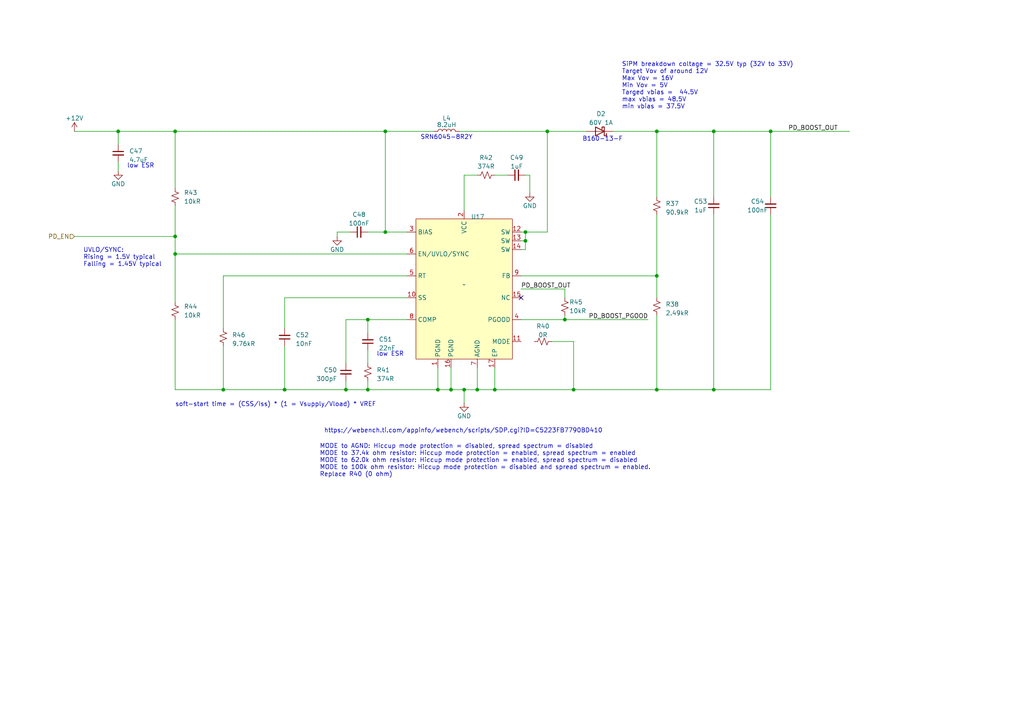
<source format=kicad_sch>
(kicad_sch (version 20230121) (generator eeschema)
  (paper "A4")
  (lib_symbols
    (symbol "Device:C_Small" (pin_numbers hide) (pin_names (offset 0.254) hide)
      (property "Reference" "C" (at 0.254 1.778 0))
      (property "Value" "C_Small" (at 0.254 -2.032 0))
      (symbol "C_Small_0_1"
        (polyline (pts (xy -1.524 -0.508) (xy 1.524 -0.508)) (stroke (width 0.3302)))
        (polyline (pts (xy -1.524 0.508) (xy 1.524 0.508)) (stroke (width 0.3048)))
      )
      (symbol "C_Small_1_1"
        (pin passive line (at 0 2.54 270) (length 2.032) (name "~") (number "1"))
        (pin passive line (at 0 -2.54 90) (length 2.032) (name "~") (number "2"))
      )
    )
    (symbol "Device:D_Schottky" (pin_numbers hide) (pin_names (offset 1.016) hide)
      (property "Reference" "D" (at 0 2.54 0))
      (property "Value" "D_Schottky" (at 0 -2.54 0))
      (symbol "D_Schottky_0_1"
        (polyline (pts (xy 1.27 0) (xy -1.27 0)))
        (polyline (pts (xy 1.27 1.27) (xy 1.27 -1.27) (xy -1.27 0) (xy 1.27 1.27)) (stroke (width 0.254)))
        (polyline (pts (xy -1.905 0.635) (xy -1.905 1.27) (xy -1.27 1.27) (xy -1.27 -1.27) (xy -0.635 -1.27) (xy -0.635 -0.635)) (stroke (width 0.254)))
      )
      (symbol "D_Schottky_1_1"
        (pin passive line (at -3.81 0 0) (length 2.54) (name "K") (number "1"))
        (pin passive line (at 3.81 0 180) (length 2.54) (name "A") (number "2"))
      )
    )
    (symbol "Device:L" (pin_numbers hide) (pin_names (offset 1.016) hide)
      (property "Reference" "L" (at -1.27 0 90))
      (property "Value" "L" (at 1.905 0 90))
      (symbol "L_0_1"
        (arc (start 0 -2.54) (mid 0.6323 -1.905) (end 0 -1.27))
        (arc (start 0 -1.27) (mid 0.6323 -0.635) (end 0 0))
        (arc (start 0 0) (mid 0.6323 0.635) (end 0 1.27))
        (arc (start 0 1.27) (mid 0.6323 1.905) (end 0 2.54))
      )
      (symbol "L_1_1"
        (pin passive line (at 0 3.81 270) (length 1.27) (name "1") (number "1"))
        (pin passive line (at 0 -3.81 90) (length 1.27) (name "2") (number "2"))
      )
    )
    (symbol "Device:R_Small_US" (pin_numbers hide) (pin_names (offset 0.254) hide)
      (property "Reference" "R" (at 0.762 0.508 0))
      (property "Value" "R_Small_US" (at 0.762 -1.016 0))
      (symbol "R_Small_US_1_1"
        (polyline (pts (xy 0 0) (xy 1.016 -0.381) (xy 0 -0.762) (xy -1.016 -1.143) (xy 0 -1.524)))
        (polyline (pts (xy 0 1.524) (xy 1.016 1.143) (xy 0 0.762) (xy -1.016 0.381) (xy 0 0)))
        (pin passive line (at 0 2.54 270) (length 1.016) (name "~") (number "1"))
        (pin passive line (at 0 -2.54 90) (length 1.016) (name "~") (number "2"))
      )
    )
    (symbol "plaqchek_mlb:LM5157"
      (property "Reference" "U" (at -10.16 21.59 0))
      (symbol "LM5157_1_1"
        (rectangle (start -13.97 19.05) (end 13.97 -21.59) (fill (type background)))
        (pin power_in line (at -7.62 -24.13 90) (length 2.54) (name "PGND") (number "1"))
        (pin input line (at -16.51 -3.81 0) (length 2.54) (name "SS") (number "10"))
        (pin input line (at 16.51 -16.51 180) (length 2.54) (name "MODE") (number "11"))
        (pin power_out line (at 16.51 15.24 180) (length 2.54) (name "SW") (number "12"))
        (pin power_out line (at 16.51 12.7 180) (length 2.54) (name "SW") (number "13"))
        (pin power_out line (at 16.51 10.16 180) (length 2.54) (name "SW") (number "14"))
        (pin no_connect line (at 16.51 -3.81 180) (length 2.54) (name "NC") (number "15"))
        (pin power_in line (at -3.81 -24.13 90) (length 2.54) (name "PGND") (number "16"))
        (pin power_in line (at 8.89 -24.13 90) (length 2.54) (name "EP") (number "17"))
        (pin power_in line (at 0 21.59 270) (length 2.54) (name "VCC") (number "2"))
        (pin power_in line (at -16.51 15.24 0) (length 2.54) (name "BIAS") (number "3"))
        (pin output line (at 16.51 -10.16 180) (length 2.54) (name "PGOOD") (number "4"))
        (pin input line (at -16.51 2.54 0) (length 2.54) (name "RT") (number "5"))
        (pin input line (at -16.51 8.89 0) (length 2.54) (name "EN/UVLO/SYNC") (number "6"))
        (pin power_in line (at 3.81 -24.13 90) (length 2.54) (name "AGND") (number "7"))
        (pin output line (at -16.51 -10.16 0) (length 2.54) (name "COMP") (number "8"))
        (pin input line (at 16.51 2.54 180) (length 2.54) (name "FB") (number "9"))
      )
    )
    (symbol "power:+12V" (power) (pin_names (offset 0))
      (property "Value" "+12V" (at 0 3.556 0))
      (symbol "+12V_0_1"
        (polyline (pts (xy -0.762 1.27) (xy 0 2.54)))
        (polyline (pts (xy 0 0) (xy 0 2.54)))
        (polyline (pts (xy 0 2.54) (xy 0.762 1.27)))
      )
      (symbol "+12V_1_1"
        (pin power_in line (at 0 0 90) (length 0) hide (name "+12V") (number "1"))
      )
    )
    (symbol "power:GND" (power) (pin_names (offset 0))
      (property "Value" "GND" (at 0 -3.81 0))
      (symbol "GND_0_1"
        (polyline (pts (xy 0 0) (xy 0 -1.27) (xy 1.27 -1.27) (xy 0 -2.54) (xy -1.27 -1.27) (xy 0 -1.27)))
      )
      (symbol "GND_1_1"
        (pin power_in line (at 0 0 270) (length 0) hide (name "GND") (number "1"))
      )
    )
  )
  (junction (at 190.5 80.01))
  (junction (at 82.55 113.03))
  (junction (at 190.5 38.1))
  (junction (at 50.8 38.1))
  (junction (at 207.01 38.1))
  (junction (at 111.76 38.1))
  (junction (at 106.68 113.03))
  (junction (at 158.75 38.1))
  (junction (at 127 113.03))
  (junction (at 138.43 113.03))
  (junction (at 143.51 113.03))
  (junction (at 50.8 73.66))
  (junction (at 64.77 113.03))
  (junction (at 190.5 113.03))
  (junction (at 100.33 113.03))
  (junction (at 152.4 67.31))
  (junction (at 106.68 92.71))
  (junction (at 130.81 113.03))
  (junction (at 152.4 69.85))
  (junction (at 50.8 68.58))
  (junction (at 134.62 113.03))
  (junction (at 163.83 92.71))
  (junction (at 111.76 67.31))
  (junction (at 34.29 38.1))
  (junction (at 223.52 38.1))
  (junction (at 166.37 113.03))
  (junction (at 207.01 113.03))
  (no_connect (at 151.13 86.36))
  (wire (pts (xy 166.37 99.06) (xy 166.37 113.03)))
  (wire (pts (xy 106.68 101.6) (xy 106.68 105.41)))
  (wire (pts (xy 82.55 113.03) (xy 100.33 113.03)))
  (wire (pts (xy 207.01 113.03) (xy 223.52 113.03)))
  (wire (pts (xy 64.77 95.25) (xy 64.77 80.01)))
  (wire (pts (xy 100.33 113.03) (xy 100.33 110.49)))
  (wire (pts (xy 223.52 38.1) (xy 246.38 38.1)))
  (wire (pts (xy 111.76 38.1) (xy 111.76 67.31)))
  (wire (pts (xy 138.43 50.8) (xy 134.62 50.8)))
  (wire (pts (xy 190.5 38.1) (xy 190.5 57.15)))
  (wire (pts (xy 111.76 67.31) (xy 118.11 67.31)))
  (wire (pts (xy 64.77 100.33) (xy 64.77 113.03)))
  (wire (pts (xy 130.81 113.03) (xy 134.62 113.03)))
  (wire (pts (xy 207.01 38.1) (xy 223.52 38.1)))
  (wire (pts (xy 50.8 38.1) (xy 111.76 38.1)))
  (wire (pts (xy 106.68 92.71) (xy 106.68 96.52)))
  (wire (pts (xy 127 113.03) (xy 130.81 113.03)))
  (wire (pts (xy 101.6 67.31) (xy 97.79 67.31)))
  (wire (pts (xy 138.43 113.03) (xy 143.51 113.03)))
  (wire (pts (xy 158.75 38.1) (xy 158.75 67.31)))
  (wire (pts (xy 223.52 38.1) (xy 223.52 57.15)))
  (wire (pts (xy 152.4 67.31) (xy 152.4 69.85)))
  (wire (pts (xy 151.13 67.31) (xy 152.4 67.31)))
  (wire (pts (xy 130.81 113.03) (xy 130.81 106.68)))
  (wire (pts (xy 100.33 92.71) (xy 106.68 92.71)))
  (wire (pts (xy 50.8 92.71) (xy 50.8 113.03)))
  (wire (pts (xy 163.83 91.44) (xy 163.83 92.71)))
  (wire (pts (xy 190.5 62.23) (xy 190.5 80.01)))
  (wire (pts (xy 106.68 67.31) (xy 111.76 67.31)))
  (wire (pts (xy 118.11 92.71) (xy 106.68 92.71)))
  (wire (pts (xy 50.8 73.66) (xy 118.11 73.66)))
  (wire (pts (xy 163.83 92.71) (xy 187.96 92.71)))
  (wire (pts (xy 153.67 50.8) (xy 153.67 55.88)))
  (wire (pts (xy 151.13 72.39) (xy 152.4 72.39)))
  (wire (pts (xy 50.8 68.58) (xy 50.8 73.66)))
  (wire (pts (xy 158.75 38.1) (xy 170.18 38.1)))
  (wire (pts (xy 106.68 110.49) (xy 106.68 113.03)))
  (wire (pts (xy 190.5 91.44) (xy 190.5 113.03)))
  (wire (pts (xy 97.79 67.31) (xy 97.79 68.58)))
  (wire (pts (xy 152.4 50.8) (xy 153.67 50.8)))
  (wire (pts (xy 152.4 67.31) (xy 158.75 67.31)))
  (wire (pts (xy 127 106.68) (xy 127 113.03)))
  (wire (pts (xy 34.29 38.1) (xy 50.8 38.1)))
  (wire (pts (xy 100.33 113.03) (xy 106.68 113.03)))
  (wire (pts (xy 82.55 95.25) (xy 82.55 86.36)))
  (wire (pts (xy 64.77 113.03) (xy 82.55 113.03)))
  (wire (pts (xy 163.83 83.82) (xy 163.83 86.36)))
  (wire (pts (xy 50.8 38.1) (xy 50.8 54.61)))
  (wire (pts (xy 82.55 100.33) (xy 82.55 113.03)))
  (wire (pts (xy 151.13 69.85) (xy 152.4 69.85)))
  (wire (pts (xy 111.76 38.1) (xy 125.73 38.1)))
  (wire (pts (xy 133.35 38.1) (xy 158.75 38.1)))
  (wire (pts (xy 34.29 38.1) (xy 34.29 41.91)))
  (wire (pts (xy 166.37 113.03) (xy 143.51 113.03)))
  (wire (pts (xy 152.4 69.85) (xy 152.4 72.39)))
  (wire (pts (xy 143.51 50.8) (xy 147.32 50.8)))
  (wire (pts (xy 151.13 92.71) (xy 163.83 92.71)))
  (wire (pts (xy 207.01 113.03) (xy 190.5 113.03)))
  (wire (pts (xy 207.01 38.1) (xy 190.5 38.1)))
  (wire (pts (xy 223.52 62.23) (xy 223.52 113.03)))
  (wire (pts (xy 34.29 46.99) (xy 34.29 49.53)))
  (wire (pts (xy 207.01 57.15) (xy 207.01 38.1)))
  (wire (pts (xy 21.59 68.58) (xy 50.8 68.58)))
  (wire (pts (xy 138.43 113.03) (xy 138.43 106.68)))
  (wire (pts (xy 82.55 86.36) (xy 118.11 86.36)))
  (wire (pts (xy 50.8 113.03) (xy 64.77 113.03)))
  (wire (pts (xy 21.59 38.1) (xy 34.29 38.1)))
  (wire (pts (xy 134.62 113.03) (xy 138.43 113.03)))
  (wire (pts (xy 106.68 113.03) (xy 127 113.03)))
  (wire (pts (xy 64.77 80.01) (xy 118.11 80.01)))
  (wire (pts (xy 50.8 59.69) (xy 50.8 68.58)))
  (wire (pts (xy 160.02 99.06) (xy 166.37 99.06)))
  (wire (pts (xy 50.8 73.66) (xy 50.8 87.63)))
  (wire (pts (xy 177.8 38.1) (xy 190.5 38.1)))
  (wire (pts (xy 143.51 106.68) (xy 143.51 113.03)))
  (wire (pts (xy 134.62 50.8) (xy 134.62 60.96)))
  (wire (pts (xy 190.5 113.03) (xy 166.37 113.03)))
  (wire (pts (xy 207.01 62.23) (xy 207.01 113.03)))
  (wire (pts (xy 151.13 80.01) (xy 190.5 80.01)))
  (wire (pts (xy 100.33 105.41) (xy 100.33 92.71)))
  (wire (pts (xy 190.5 80.01) (xy 190.5 86.36)))
  (wire (pts (xy 151.13 83.82) (xy 163.83 83.82)))
  (wire (pts (xy 134.62 113.03) (xy 134.62 116.84)))
  (text "UVLO/SYNC:\nRising = 1.5V typical\nFalling = 1.45V typical\n" (at 24.13 77.47 0) (effects (font (size 1.27 1.27)) (justify left bottom)))
  (text "soft-start time = (CSS/Iss) * (1 = Vsupply/Vload) * VREF" (at 50.8 118.11 0) (effects (font (size 1.27 1.27)) (justify left bottom)))
  (text "MODE to AGND: Hiccup mode protection = disabled, spread spectrum = disabled\nMODE to 37.4k ohm resistor: Hiccup mode protection = enabled, spread spectrum = enabled\nMODE to 62.0k ohm resistor: Hiccup mode protection = enabled, spread spectrum = disabled\nMODE to 100k ohm resistor: Hiccup mode protection = disabled and spread spectrum = enabled.\nReplace R40 (0 ohm)" (at 92.71 138.43 0) (effects (font (size 1.27 1.27)) (justify left bottom)))
  (text "SRN6045-8R2Y" (at 121.92 40.64 0) (effects (font (size 1.27 1.27)) (justify left bottom)))
  (text "B160-13-F\n\n" (at 168.91 43.18 0) (effects (font (size 1.27 1.27)) (justify left bottom)))
  (text "low ESR\n" (at 36.83 48.895 0) (effects (font (size 1.27 1.27)) (justify left bottom)))
  (text "SiPM breakdown coltage = 32.5V typ (32V to 33V)\nTarget Vov of around 12V\nMax Vov = 16V\nMin Vov = 5V\nTarged vbias =  44.5V\nmax vbias = 48.5V\nmin vbias = 37.5V" (at 180.34 31.75 0) (effects (font (size 1.27 1.27)) (justify left bottom)))
  (text "low ESR\n" (at 109.22 103.505 0) (effects (font (size 1.27 1.27)) (justify left bottom)))
  (text "https://webench.ti.com/appinfo/webench/scripts/SDP.cgi?ID=C5223FB7790BD410" (at 93.98 125.73 0) (effects (font (size 1.27 1.27)) (justify left bottom)))
  (label "PD_BOOST_OUT" (at 228.6 38.1 0))
  (label "PD_BOOST_PGOOD" (at 187.96 92.71 180))
  (label "PD_BOOST_OUT" (at 151.13 83.82 0))
  (hierarchical_label "PD_EN" (shape input) (at 21.59 68.58 180))
  (symbol (lib_id "Device:C_Small") (at 104.14 67.31 90) (unit 1)
    (property "Reference" "C48" (at 104.1463 62.23 90))
    (property "Value" "100nF" (at 104.1463 64.77 90))
  )
  (symbol (lib_id "Device:C_Small") (at 34.29 44.45 0) (unit 1)
    (property "Reference" "C47" (at 37.465 43.8213 0) (effects (justify left)))
    (property "Value" "4.7uF" (at 37.465 46.3613 0) (effects (justify left)))
  )
  (symbol (lib_id "Device:R_Small_US") (at 190.5 88.9 0) (unit 1)
    (property "Reference" "R38" (at 193.04 88.265 0) (effects (justify left)))
    (property "Value" "2.49kR" (at 193.04 90.805 0) (effects (justify left)))
  )
  (symbol (lib_id "Device:C_Small") (at 82.55 97.79 180) (unit 1)
    (property "Reference" "C52" (at 85.725 97.1486 0) (effects (justify right)))
    (property "Value" "10nF" (at 85.725 99.6886 0) (effects (justify right)))
  )
  (symbol (lib_id "Device:R_Small_US") (at 140.97 50.8 270) (unit 1)
    (property "Reference" "R42" (at 140.97 45.72 90))
    (property "Value" "374R" (at 140.97 48.26 90))
  )
  (symbol (lib_id "power:GND") (at 134.62 116.84 0) (unit 1)
    (property "Reference" "#PWR078" (effects hide))
    (property "Value" "GND" (at 134.62 120.65 0))
  )
  (symbol (lib_id "Device:R_Small_US") (at 64.77 97.79 180) (unit 1)
    (property "Reference" "R46" (at 67.31 97.155 0) (effects (justify right)))
    (property "Value" "9.76kR" (at 67.31 99.695 0) (effects (justify right)))
  )
  (symbol (lib_id "Device:C_Small") (at 100.33 107.95 0) (mirror y) (unit 1)
    (property "Reference" "C50" (at 97.79 107.3213 0) (effects (justify left)))
    (property "Value" "300pF" (at 97.79 109.8613 0) (effects (justify left)))
  )
  (symbol (lib_id "Device:R_Small_US") (at 50.8 90.17 180) (unit 1)
    (property "Reference" "R44" (at 53.34 88.9 0) (effects (justify right)))
    (property "Value" "10kR" (at 53.34 91.44 0) (effects (justify right)))
  )
  (symbol (lib_id "power:GND") (at 97.79 68.58 0) (unit 1)
    (property "Reference" "#PWR077" (effects hide))
    (property "Value" "GND" (at 97.79 72.39 0))
  )
  (symbol (lib_id "Device:R_Small_US") (at 106.68 107.95 180) (unit 1)
    (property "Reference" "R41" (at 109.22 107.315 0) (effects (justify right)))
    (property "Value" "374R" (at 109.22 109.855 0) (effects (justify right)))
  )
  (symbol (lib_id "power:GND") (at 34.29 49.53 0) (unit 1)
    (property "Reference" "#PWR076" (effects hide))
    (property "Value" "GND" (at 34.29 53.34 0))
  )
  (symbol (lib_id "Device:C_Small") (at 223.52 59.69 180) (unit 1)
    (property "Reference" "C54" (at 219.7163 58.42 0))
    (property "Value" "100nF" (at 219.7163 60.96 0))
  )
  (symbol (lib_id "power:+12V") (at 21.59 38.1 0) (unit 1)
    (property "Reference" "#PWR075" (effects hide))
    (property "Value" "+12V" (at 21.59 34.29 0))
  )
  (symbol (lib_id "Device:R_Small_US") (at 163.83 88.9 180) (unit 1)
    (property "Reference" "R45" (at 165.1 87.63 0) (effects (justify right)))
    (property "Value" "10kR" (at 165.1 90.17 0) (effects (justify right)))
  )
  (symbol (lib_id "Device:R_Small_US") (at 50.8 57.15 180) (unit 1)
    (property "Reference" "R43" (at 53.34 55.88 0) (effects (justify right)))
    (property "Value" "10kR" (at 53.34 58.42 0) (effects (justify right)))
  )
  (symbol (lib_id "Device:L") (at 129.54 38.1 90) (unit 1)
    (property "Reference" "L4" (at 129.54 34.29 90))
    (property "Value" "8.2uH" (at 129.54 36.195 90))
    (property "Datasheet" "https://www.bourns.com/docs/Product-Datasheets/SRN6045.pdf" (effects hide))
  )
  (symbol (lib_id "Device:C_Small") (at 149.86 50.8 90) (unit 1)
    (property "Reference" "C49" (at 149.8663 45.72 90))
    (property "Value" "1uF" (at 149.8663 48.26 90))
  )
  (symbol (lib_id "Device:R_Small_US") (at 190.5 59.69 0) (unit 1)
    (property "Reference" "R37" (at 193.04 59.055 0) (effects (justify left)))
    (property "Value" "90.9kR" (at 193.04 61.595 0) (effects (justify left)))
  )
  (symbol (lib_id "Device:C_Small") (at 106.68 99.06 180) (unit 1)
    (property "Reference" "C51" (at 109.855 98.4186 0) (effects (justify right)))
    (property "Value" "22nF" (at 109.855 100.9586 0) (effects (justify right)))
  )
  (symbol (lib_id "Device:R_Small_US") (at 157.48 99.06 90) (unit 1)
    (property "Reference" "R40" (at 157.48 94.615 90))
    (property "Value" "0R" (at 157.48 97.155 90))
  )
  (symbol (lib_id "Device:D_Schottky") (at 173.99 38.1 180) (unit 1)
    (property "Reference" "D2" (at 174.3075 33.02 0))
    (property "Value" "60V 1A" (at 174.3075 35.56 0))
    (property "Datasheet" "https://www.diodes.com/assets/Datasheets/B120_B-B160_B.pdf" (effects hide))
  )
  (symbol (lib_id "power:GND") (at 153.67 55.88 0) (unit 1)
    (property "Reference" "#PWR079" (effects hide))
    (property "Value" "GND" (at 153.67 59.69 0))
  )
  (symbol (lib_id "Device:C_Small") (at 207.01 59.69 180) (unit 1)
    (property "Reference" "C53" (at 203.2063 58.42 0))
    (property "Value" "1uF" (at 203.2063 60.96 0))
  )
  (symbol (lib_id "plaqchek_mlb:LM5157") (at 134.62 82.55 0) (unit 1)
    (property "Reference" "U17" (at 136.5759 62.865 0) (effects (justify left)))
    (property "Value" "~" (at 134.62 82.55 0))
  )
)
</source>
